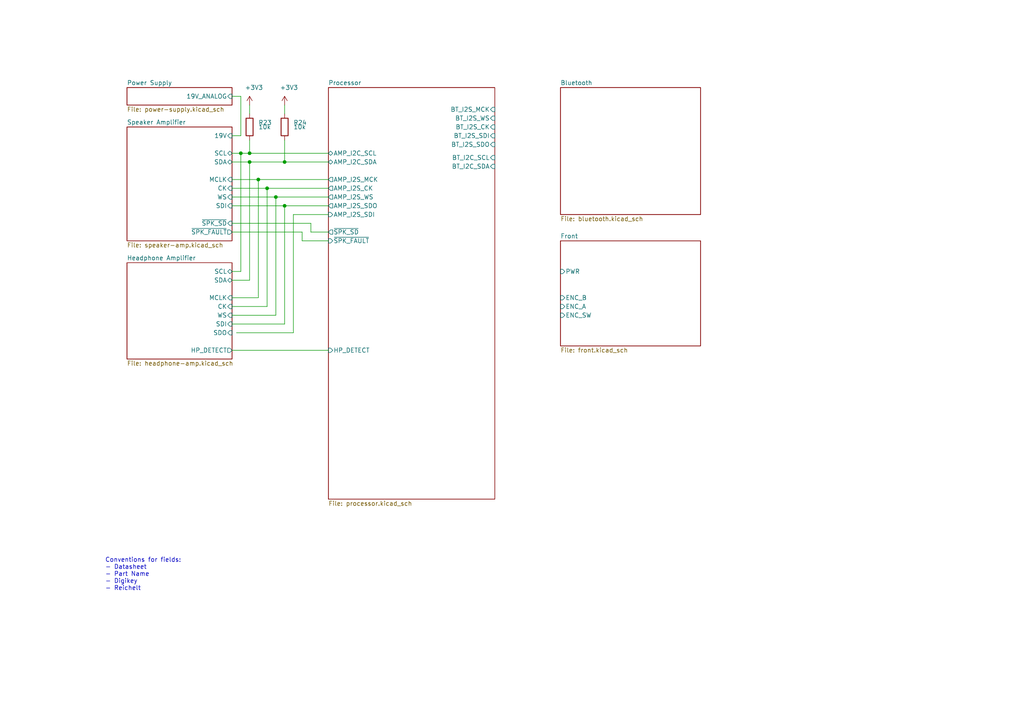
<source format=kicad_sch>
(kicad_sch (version 20201015) (generator eeschema)
  (page 1 7)
  (paper "A4")
  (lib_symbols
    (symbol "Device:R" (pin_numbers hide) (pin_names (offset 0))
      (property "Reference" "R" (at 2.032 0 90))
      (property "Value" "R" (at 0 0 90))
      (symbol "R_0_1"
        (rectangle (start -1.016 -2.54) (end 1.016 2.54) (stroke (width 0.254)))
      )
      (symbol "R_1_1"
        (pin passive line (at 0 3.81 270) (length 1.27) (name "~") (number "1"))
        (pin passive line (at 0 -3.81 90) (length 1.27) (name "~") (number "2"))
      )
    )
    (symbol "power:+3V3" (power) (pin_names (offset 0))
      (property "Value" "+3V3" (at 0 3.556 0))
      (symbol "+3V3_0_1"
        (polyline (pts (xy -0.762 1.27) (xy 0 2.54)))
        (polyline (pts (xy 0 0) (xy 0 2.54)))
        (polyline (pts (xy 0 2.54) (xy 0.762 1.27)))
      )
      (symbol "+3V3_1_1"
        (pin power_in line (at 0 0 90) (length 0) hide (name "+3V3") (number "1"))
      )
    )
  )
  (junction (at 69.85 44.45) (diameter 0.9144))
  (junction (at 72.39 44.45) (diameter 0.9144))
  (junction (at 72.39 46.99) (diameter 0.9144))
  (junction (at 74.93 52.07) (diameter 0.9144))
  (junction (at 77.47 54.61) (diameter 0.9144))
  (junction (at 80.01 57.15) (diameter 0.9144))
  (junction (at 82.55 46.99) (diameter 0.9144))
  (junction (at 82.55 59.69) (diameter 0.9144))
  (wire (pts (xy 67.31 27.94) (xy 69.85 27.94)))
  (wire (pts (xy 67.31 44.45) (xy 69.85 44.45)))
  (wire (pts (xy 67.31 46.99) (xy 72.39 46.99)))
  (wire (pts (xy 67.31 52.07) (xy 74.93 52.07)))
  (wire (pts (xy 67.31 67.31) (xy 87.63 67.31)))
  (wire (pts (xy 67.31 81.28) (xy 72.39 81.28)))
  (wire (pts (xy 67.31 88.9) (xy 77.47 88.9)))
  (wire (pts (xy 67.31 91.44) (xy 80.01 91.44)))
  (wire (pts (xy 67.31 93.98) (xy 82.55 93.98)))
  (wire (pts (xy 67.31 101.6) (xy 95.25 101.6)))
  (wire (pts (xy 68.58 96.52) (xy 85.09 96.52)))
  (wire (pts (xy 69.85 27.94) (xy 69.85 39.37)))
  (wire (pts (xy 69.85 39.37) (xy 67.31 39.37)))
  (wire (pts (xy 69.85 44.45) (xy 69.85 78.74)))
  (wire (pts (xy 69.85 44.45) (xy 72.39 44.45)))
  (wire (pts (xy 69.85 78.74) (xy 67.31 78.74)))
  (wire (pts (xy 72.39 30.48) (xy 72.39 33.02)))
  (wire (pts (xy 72.39 44.45) (xy 72.39 40.64)))
  (wire (pts (xy 72.39 44.45) (xy 95.25 44.45)))
  (wire (pts (xy 72.39 46.99) (xy 82.55 46.99)))
  (wire (pts (xy 72.39 81.28) (xy 72.39 46.99)))
  (wire (pts (xy 74.93 52.07) (xy 74.93 86.36)))
  (wire (pts (xy 74.93 52.07) (xy 95.25 52.07)))
  (wire (pts (xy 74.93 86.36) (xy 67.31 86.36)))
  (wire (pts (xy 77.47 54.61) (xy 67.31 54.61)))
  (wire (pts (xy 77.47 54.61) (xy 95.25 54.61)))
  (wire (pts (xy 77.47 88.9) (xy 77.47 54.61)))
  (wire (pts (xy 80.01 57.15) (xy 67.31 57.15)))
  (wire (pts (xy 80.01 57.15) (xy 95.25 57.15)))
  (wire (pts (xy 80.01 91.44) (xy 80.01 57.15)))
  (wire (pts (xy 82.55 30.48) (xy 82.55 33.02)))
  (wire (pts (xy 82.55 46.99) (xy 82.55 40.64)))
  (wire (pts (xy 82.55 46.99) (xy 95.25 46.99)))
  (wire (pts (xy 82.55 59.69) (xy 67.31 59.69)))
  (wire (pts (xy 82.55 59.69) (xy 95.25 59.69)))
  (wire (pts (xy 82.55 93.98) (xy 82.55 59.69)))
  (wire (pts (xy 85.09 62.23) (xy 95.25 62.23)))
  (wire (pts (xy 85.09 96.52) (xy 85.09 62.23)))
  (wire (pts (xy 87.63 67.31) (xy 87.63 69.85)))
  (wire (pts (xy 87.63 69.85) (xy 95.25 69.85)))
  (wire (pts (xy 90.17 64.77) (xy 67.31 64.77)))
  (wire (pts (xy 90.17 67.31) (xy 90.17 64.77)))
  (wire (pts (xy 95.25 67.31) (xy 90.17 67.31)))
  (text "Conventions for fields:\n- Datasheet\n- Part Name\n- Digikey\n- Reichelt" (at 30.48 171.45 0) (effects (font (size 1.27 1.27)) (justify left bottom)))
  (symbol (lib_id "power:+3V3") (at 72.39 30.48 0) (unit 1)
    (property "Reference" "#PWR0157" (effects hide))
    (property "Value" "+3V3" (at 73.66 25.4 0))
  )
  (symbol (lib_id "power:+3V3") (at 82.55 30.48 0) (unit 1)
    (property "Reference" "#PWR0158" (effects hide))
    (property "Value" "+3V3" (at 83.82 25.4 0))
  )
  (symbol (lib_id "Device:R") (at 72.39 36.83 0) (unit 1)
    (property "Reference" "R23" (at 74.93 35.56 0) (effects (justify left)))
    (property "Value" "10k" (at 74.93 36.83 0) (effects (justify left)))
    (property "Footprint" "Resistor_SMD:R_0603_1608Metric" (effects hide))
  )
  (symbol (lib_id "Device:R") (at 82.55 36.83 0) (unit 1)
    (property "Reference" "R24" (at 85.09 35.56 0) (effects (justify left)))
    (property "Value" "10k" (at 85.09 36.83 0) (effects (justify left)))
    (property "Footprint" "Resistor_SMD:R_0603_1608Metric" (effects hide))
  )
  (sheet (at 162.56 25.4) (size 40.64 36.83)
    (property "Schaltplanname" "Bluetooth" (at 162.56 24.7645 0) (effects (justify left bottom)))
    (property "Dateiname Blatt" "bluetooth.kicad_sch" (at 162.56 62.7385 0) (effects (justify left top)))
  )
  (sheet (at 162.56 69.85) (size 40.64 30.48)
    (property "Schaltplanname" "Front" (at 162.56 69.2145 0) (effects (justify left bottom)))
    (property "Dateiname Blatt" "front.kicad_sch" (at 162.56 100.8385 0) (effects (justify left top)))
    (pin "PWR" input (at 162.56 78.74 180))
    (pin "ENC_B" input (at 162.56 86.36 180))
    (pin "ENC_A" input (at 162.56 88.9 180))
    (pin "ENC_SW" input (at 162.56 91.44 180))
  )
  (sheet (at 36.83 76.2) (size 30.48 27.94)
    (property "Schaltplanname" "Headphone Amplifier" (at 36.83 75.5645 0) (effects (justify left bottom)))
    (property "Dateiname Blatt" "headphone-amp.kicad_sch" (at 36.83 104.6485 0) (effects (justify left top)))
    (pin "HP_DETECT" output (at 67.31 101.6 0))
    (pin "MCLK" input (at 67.31 86.36 0))
    (pin "CK" input (at 67.31 88.9 0))
    (pin "WS" input (at 67.31 91.44 0))
    (pin "SDI" input (at 67.31 93.98 0))
    (pin "SDO" input (at 67.31 96.52 0))
    (pin "SCL" bidirectional (at 67.31 78.74 0))
    (pin "SDA" bidirectional (at 67.31 81.28 0))
  )
  (sheet (at 36.83 25.4) (size 30.48 5.08)
    (property "Schaltplanname" "Power Supply" (at 36.83 24.7645 0) (effects (justify left bottom)))
    (property "Dateiname Blatt" "power-supply.kicad_sch" (at 36.83 30.9885 0) (effects (justify left top)))
    (pin "19V_ANALOG" input (at 67.31 27.94 0))
  )
  (sheet (at 95.25 25.4) (size 48.26 119.38)
    (property "Schaltplanname" "Processor" (at 95.25 24.7645 0) (effects (justify left bottom)))
    (property "Dateiname Blatt" "processor.kicad_sch" (at 95.25 145.2885 0) (effects (justify left top)))
    (pin "AMP_I2S_MCK" output (at 95.25 52.07 180))
    (pin "AMP_I2S_CK" output (at 95.25 54.61 180))
    (pin "AMP_I2S_WS" output (at 95.25 57.15 180))
    (pin "AMP_I2S_SDI" input (at 95.25 62.23 180))
    (pin "AMP_I2S_SDO" output (at 95.25 59.69 180))
    (pin "BT_I2S_WS" input (at 143.51 34.29 0))
    (pin "BT_I2S_CK" input (at 143.51 36.83 0))
    (pin "BT_I2S_SDI" input (at 143.51 39.37 0))
    (pin "BT_I2S_SDO" input (at 143.51 41.91 0))
    (pin "BT_I2S_MCK" input (at 143.51 31.75 0))
    (pin "AMP_I2C_SDA" bidirectional (at 95.25 46.99 180))
    (pin "AMP_I2C_SCL" bidirectional (at 95.25 44.45 180))
    (pin "BT_I2C_SCL" input (at 143.51 45.72 0))
    (pin "BT_I2C_SDA" input (at 143.51 48.26 0))
    (pin "HP_DETECT" input (at 95.25 101.6 180))
    (pin "~SPK_FAULT" input (at 95.25 69.85 180))
    (pin "~SPK_SD" output (at 95.25 67.31 180))
  )
  (sheet (at 36.83 36.83) (size 30.48 33.02)
    (property "Schaltplanname" "Speaker Amplifier" (at 36.83 36.1945 0) (effects (justify left bottom)))
    (property "Dateiname Blatt" "speaker-amp.kicad_sch" (at 36.83 70.3585 0) (effects (justify left top)))
    (pin "SDI" input (at 67.31 59.69 0))
    (pin "~SPK_SD" input (at 67.31 64.77 0))
    (pin "~SPK_FAULT" output (at 67.31 67.31 0))
    (pin "SDA" bidirectional (at 67.31 46.99 0))
    (pin "MCLK" input (at 67.31 52.07 0))
    (pin "CK" input (at 67.31 54.61 0))
    (pin "WS" input (at 67.31 57.15 0))
    (pin "SCL" bidirectional (at 67.31 44.45 0))
    (pin "19V" input (at 67.31 39.37 0))
  )
)
</source>
